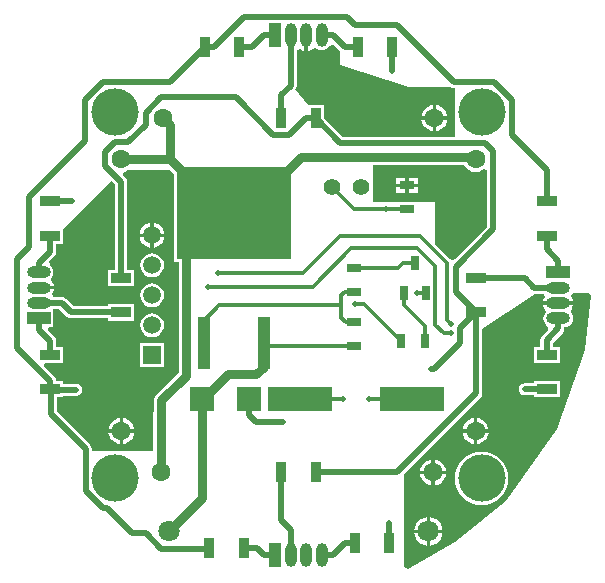
<source format=gtl>
G04*
G04 #@! TF.GenerationSoftware,Altium Limited,Altium Designer,20.0.2 (26)*
G04*
G04 Layer_Physical_Order=1*
G04 Layer_Color=255*
%FSLAX44Y44*%
%MOMM*%
G71*
G01*
G75*
%ADD14R,2.0000X2.0000*%
%ADD15R,1.2700X0.7000*%
%ADD16R,1.1000X4.4500*%
%ADD17R,9.6500X7.8000*%
%ADD18R,0.7000X1.2700*%
%ADD19R,5.5000X2.0000*%
%ADD20R,0.6500X1.2000*%
%ADD21R,1.7000X0.9000*%
%ADD22R,0.9000X1.7000*%
%ADD42C,0.8000*%
%ADD43C,0.3000*%
%ADD44C,0.5000*%
%ADD45C,1.0000*%
%ADD46R,1.5000X1.5000*%
%ADD47C,1.5000*%
%ADD48C,1.4000*%
%ADD49C,1.6000*%
%ADD50O,1.0000X2.0000*%
%ADD51R,1.0000X2.0000*%
%ADD52O,2.0000X1.0000*%
%ADD53R,2.0000X1.0000*%
%ADD54C,1.8000*%
%ADD55C,4.0000*%
%ADD56C,0.5000*%
G36*
X8000Y207128D02*
X8588Y207206D01*
X10534Y208012D01*
X11222Y208540D01*
X14151Y209651D01*
X15718Y208449D01*
X17542Y207693D01*
X19500Y207435D01*
X21458Y207693D01*
X23282Y208449D01*
X24849Y209651D01*
X26051Y211218D01*
X26133Y211415D01*
X29579Y212212D01*
X35000Y206790D01*
Y195000D01*
X93482Y176000D01*
X129235D01*
X129549Y175790D01*
X131500Y175402D01*
X132455D01*
Y155643D01*
X132391Y155000D01*
X132455Y154357D01*
Y134098D01*
X37612D01*
X21500Y150210D01*
Y161000D01*
X8097D01*
X-2627Y174297D01*
X-1790Y175549D01*
X-1402Y177500D01*
Y207362D01*
X-1020Y207698D01*
X1505Y208643D01*
X1778Y208540D01*
X2465Y208012D01*
X4412Y207206D01*
X5000Y207128D01*
Y220000D01*
X8000D01*
Y207128D01*
D02*
G37*
G36*
X140828Y109705D02*
X142511Y107511D01*
X144705Y105828D01*
X147259Y104770D01*
X150000Y104409D01*
X152741Y104770D01*
X155295Y105828D01*
X156902Y107061D01*
X158936Y106442D01*
X159902Y105728D01*
Y58112D01*
X132164Y30374D01*
X130875Y30181D01*
X128158Y30610D01*
X116000Y42768D01*
X116000Y79000D01*
X100850D01*
Y79000D01*
X83150D01*
Y79000D01*
X80150Y79000D01*
X63000D01*
Y110444D01*
X140522D01*
X140828Y109705D01*
D02*
G37*
G36*
X-105750Y102478D02*
Y28000D01*
X-101556D01*
Y-65284D01*
X-120636Y-84364D01*
X-121678Y-85722D01*
X-122333Y-87303D01*
X-122556Y-89000D01*
Y-98329D01*
X-123000Y-98660D01*
X-123000Y-132000D01*
X-174902Y-132000D01*
Y-130000D01*
X-175290Y-128049D01*
X-176395Y-126395D01*
X-204402Y-98388D01*
Y-86500D01*
X-199000D01*
Y-85098D01*
X-188000D01*
X-186049Y-84710D01*
X-184395Y-83605D01*
X-183290Y-81951D01*
X-182902Y-80000D01*
X-183290Y-78049D01*
X-184395Y-76395D01*
X-186049Y-75290D01*
X-188000Y-74902D01*
X-199000D01*
Y-72500D01*
X-205002D01*
X-205290Y-71049D01*
X-206395Y-69395D01*
X-215519Y-60272D01*
X-214371Y-57500D01*
X-199000D01*
Y-43500D01*
X-204902D01*
Y-39000D01*
X-205290Y-37049D01*
X-206395Y-35395D01*
X-212019Y-29772D01*
X-210871Y-27000D01*
X-207500D01*
Y-12000D01*
X-204667Y-11598D01*
X-202612D01*
X-196105Y-18105D01*
X-194451Y-19210D01*
X-192500Y-19598D01*
X-161000D01*
Y-21500D01*
X-139000D01*
Y-7500D01*
X-161000D01*
Y-9402D01*
X-190388D01*
X-196895Y-2895D01*
X-198549Y-1790D01*
X-200500Y-1402D01*
X-207362D01*
X-207698Y-1020D01*
X-208643Y1505D01*
X-208540Y1778D01*
X-208012Y2465D01*
X-207206Y4412D01*
X-207128Y5000D01*
X-220000D01*
Y8000D01*
X-207128D01*
X-207206Y8588D01*
X-208012Y10534D01*
X-208540Y11222D01*
X-209651Y14151D01*
X-208449Y15718D01*
X-207693Y17542D01*
X-207435Y19500D01*
X-207693Y21458D01*
X-208449Y23282D01*
X-209651Y24849D01*
X-210244Y25304D01*
X-210943Y28847D01*
X-206395Y33395D01*
X-205290Y35049D01*
X-204902Y37000D01*
Y43500D01*
X-199000D01*
Y56000D01*
X-158151Y96849D01*
X-155098Y93797D01*
Y21500D01*
X-161000D01*
Y7500D01*
X-139000D01*
Y21500D01*
X-144902D01*
Y95908D01*
X-145290Y97859D01*
X-146395Y99513D01*
X-148468Y101585D01*
X-147392Y104753D01*
X-147259Y104770D01*
X-144705Y105828D01*
X-144481Y106000D01*
X-109272D01*
X-105750Y102478D01*
D02*
G37*
G36*
X247768Y-228D02*
X243000Y-46000D01*
X219000Y-113000D01*
X175403Y-174478D01*
X132207Y-209035D01*
X92340Y-231851D01*
X89745Y-230346D01*
Y-151255D01*
X155035Y-85965D01*
Y-83317D01*
X155098Y-83000D01*
Y-28950D01*
X200582Y1402D01*
X207362D01*
X207698Y1020D01*
X208643Y-1505D01*
X208540Y-1778D01*
X208012Y-2465D01*
X207206Y-4412D01*
X207128Y-5000D01*
X232871D01*
X232794Y-4412D01*
X231988Y-2465D01*
X231460Y-1778D01*
X231011Y-594D01*
X232513Y2000D01*
X245760D01*
X247768Y-228D01*
D02*
G37*
%LPC*%
G36*
X116500Y160897D02*
Y151500D01*
X125897D01*
X125717Y152872D01*
X124608Y155548D01*
X122845Y157845D01*
X120548Y159608D01*
X117872Y160717D01*
X116500Y160897D01*
D02*
G37*
G36*
X113500D02*
X112128Y160717D01*
X109452Y159608D01*
X107155Y157845D01*
X105392Y155548D01*
X104283Y152872D01*
X104103Y151500D01*
X113500D01*
Y160897D01*
D02*
G37*
G36*
X125897Y148500D02*
X116500D01*
Y139103D01*
X117872Y139283D01*
X120548Y140392D01*
X122845Y142155D01*
X124608Y144452D01*
X125717Y147128D01*
X125897Y148500D01*
D02*
G37*
G36*
X113500D02*
X104103D01*
X104283Y147128D01*
X105392Y144452D01*
X107155Y142155D01*
X109452Y140392D01*
X112128Y139283D01*
X113500Y139103D01*
Y148500D01*
D02*
G37*
G36*
X101350Y99500D02*
X93500D01*
Y94500D01*
X101350D01*
Y99500D01*
D02*
G37*
G36*
X90500D02*
X82650D01*
Y94500D01*
X90500D01*
Y99500D01*
D02*
G37*
G36*
X101350Y91500D02*
X93500D01*
Y86500D01*
X101350D01*
Y91500D01*
D02*
G37*
G36*
X90500D02*
X82650D01*
Y86500D01*
X90500D01*
Y91500D01*
D02*
G37*
G36*
X-122500Y61193D02*
Y52300D01*
X-113607D01*
X-113770Y53541D01*
X-114828Y56095D01*
X-116511Y58289D01*
X-118705Y59972D01*
X-121259Y61030D01*
X-122500Y61193D01*
D02*
G37*
G36*
X-125500Y61193D02*
X-126741Y61030D01*
X-129295Y59972D01*
X-131489Y58289D01*
X-133172Y56095D01*
X-134230Y53541D01*
X-134393Y52300D01*
X-125500D01*
Y61193D01*
D02*
G37*
G36*
X-113607Y49300D02*
X-122500D01*
Y40407D01*
X-121259Y40570D01*
X-118705Y41628D01*
X-116511Y43311D01*
X-114828Y45505D01*
X-113770Y48059D01*
X-113607Y49300D01*
D02*
G37*
G36*
X-125500D02*
X-134393D01*
X-134230Y48059D01*
X-133172Y45505D01*
X-131489Y43311D01*
X-129295Y41628D01*
X-126741Y40570D01*
X-125500Y40407D01*
Y49300D01*
D02*
G37*
G36*
X-124000Y35486D02*
X-126610Y35143D01*
X-129043Y34135D01*
X-131132Y32532D01*
X-132735Y30443D01*
X-133743Y28010D01*
X-134086Y25400D01*
X-133743Y22789D01*
X-132735Y20357D01*
X-131132Y18268D01*
X-129043Y16665D01*
X-126610Y15657D01*
X-124000Y15314D01*
X-121390Y15657D01*
X-118957Y16665D01*
X-116868Y18268D01*
X-115265Y20357D01*
X-114257Y22789D01*
X-113914Y25400D01*
X-114257Y28010D01*
X-115265Y30443D01*
X-116868Y32532D01*
X-118957Y34135D01*
X-121390Y35143D01*
X-124000Y35486D01*
D02*
G37*
G36*
Y10086D02*
X-126610Y9743D01*
X-129043Y8735D01*
X-131132Y7132D01*
X-132735Y5043D01*
X-133743Y2610D01*
X-134086Y0D01*
X-133743Y-2610D01*
X-132735Y-5043D01*
X-131132Y-7132D01*
X-129043Y-8735D01*
X-126610Y-9743D01*
X-124000Y-10086D01*
X-121390Y-9743D01*
X-118957Y-8735D01*
X-116868Y-7132D01*
X-115265Y-5043D01*
X-114257Y-2610D01*
X-113914Y0D01*
X-114257Y2610D01*
X-115265Y5043D01*
X-116868Y7132D01*
X-118957Y8735D01*
X-121390Y9743D01*
X-124000Y10086D01*
D02*
G37*
G36*
Y-15314D02*
X-126610Y-15657D01*
X-129043Y-16665D01*
X-131132Y-18268D01*
X-132735Y-20357D01*
X-133743Y-22789D01*
X-134086Y-25400D01*
X-133743Y-28010D01*
X-132735Y-30443D01*
X-131132Y-32532D01*
X-129043Y-34135D01*
X-126610Y-35143D01*
X-124000Y-35486D01*
X-121390Y-35143D01*
X-118957Y-34135D01*
X-116868Y-32532D01*
X-115265Y-30443D01*
X-114257Y-28010D01*
X-113914Y-25400D01*
X-114257Y-22789D01*
X-115265Y-20357D01*
X-116868Y-18268D01*
X-118957Y-16665D01*
X-121390Y-15657D01*
X-124000Y-15314D01*
D02*
G37*
G36*
X-114000Y-40800D02*
X-134000D01*
Y-60800D01*
X-114000D01*
Y-40800D01*
D02*
G37*
G36*
X-148500Y-104103D02*
Y-113500D01*
X-139103D01*
X-139283Y-112128D01*
X-140392Y-109453D01*
X-142155Y-107155D01*
X-144453Y-105392D01*
X-147128Y-104283D01*
X-148500Y-104103D01*
D02*
G37*
G36*
X-151500D02*
X-152872Y-104283D01*
X-155547Y-105392D01*
X-157845Y-107155D01*
X-159608Y-109453D01*
X-160717Y-112128D01*
X-160897Y-113500D01*
X-151500D01*
Y-104103D01*
D02*
G37*
G36*
X-139103Y-116500D02*
X-148500D01*
Y-125897D01*
X-147128Y-125717D01*
X-144453Y-124608D01*
X-142155Y-122845D01*
X-140392Y-120547D01*
X-139283Y-117872D01*
X-139103Y-116500D01*
D02*
G37*
G36*
X-151500D02*
X-160897D01*
X-160717Y-117872D01*
X-159608Y-120547D01*
X-157845Y-122845D01*
X-155547Y-124608D01*
X-152872Y-125717D01*
X-151500Y-125897D01*
Y-116500D01*
D02*
G37*
G36*
X232871Y-8000D02*
X207128D01*
X207206Y-8588D01*
X208012Y-10534D01*
X208540Y-11222D01*
X209651Y-14151D01*
X208449Y-15718D01*
X207693Y-17542D01*
X207435Y-19500D01*
X207693Y-21458D01*
X208449Y-23282D01*
X209651Y-24849D01*
X210810Y-25738D01*
X211270Y-26950D01*
X211412Y-29379D01*
X206395Y-34395D01*
X205290Y-36049D01*
X204902Y-38000D01*
Y-43500D01*
X199000D01*
Y-57500D01*
X221000D01*
Y-43500D01*
X215098D01*
Y-40112D01*
X223605Y-31605D01*
X224710Y-29951D01*
X225098Y-28000D01*
Y-27052D01*
X226958Y-26807D01*
X228782Y-26051D01*
X230349Y-24849D01*
X231551Y-23282D01*
X232307Y-21458D01*
X232565Y-19500D01*
X232307Y-17542D01*
X231551Y-15718D01*
X230349Y-14151D01*
X231460Y-11222D01*
X231988Y-10534D01*
X232794Y-8588D01*
X232871Y-8000D01*
D02*
G37*
G36*
X221000Y-72500D02*
X199000D01*
Y-74402D01*
X191500D01*
X189549Y-74790D01*
X187895Y-75895D01*
X186790Y-77549D01*
X186402Y-79500D01*
X186790Y-81451D01*
X187895Y-83105D01*
X189549Y-84210D01*
X191500Y-84598D01*
X199000D01*
Y-86500D01*
X221000D01*
Y-72500D01*
D02*
G37*
G36*
X151500Y-104103D02*
Y-113500D01*
X160897D01*
X160717Y-112128D01*
X159608Y-109453D01*
X157845Y-107155D01*
X155547Y-105392D01*
X152872Y-104283D01*
X151500Y-104103D01*
D02*
G37*
G36*
X148500D02*
X147128Y-104283D01*
X144453Y-105392D01*
X142155Y-107155D01*
X140392Y-109453D01*
X139283Y-112128D01*
X139103Y-113500D01*
X148500D01*
Y-104103D01*
D02*
G37*
G36*
X160897Y-116500D02*
X151500D01*
Y-125897D01*
X152872Y-125717D01*
X155547Y-124608D01*
X157845Y-122845D01*
X159608Y-120547D01*
X160717Y-117872D01*
X160897Y-116500D01*
D02*
G37*
G36*
X148500D02*
X139103D01*
X139283Y-117872D01*
X140392Y-120547D01*
X142155Y-122845D01*
X144453Y-124608D01*
X147128Y-125717D01*
X148500Y-125897D01*
Y-116500D01*
D02*
G37*
G36*
X115500Y-139103D02*
Y-148500D01*
X124897D01*
X124717Y-147128D01*
X123608Y-144452D01*
X121845Y-142155D01*
X119547Y-140392D01*
X116872Y-139283D01*
X115500Y-139103D01*
D02*
G37*
G36*
X112500D02*
X111128Y-139283D01*
X108453Y-140392D01*
X106155Y-142155D01*
X104391Y-144452D01*
X103283Y-147128D01*
X103103Y-148500D01*
X112500D01*
Y-139103D01*
D02*
G37*
G36*
Y-151500D02*
X103103D01*
X103283Y-152872D01*
X104391Y-155548D01*
X106155Y-157845D01*
X108453Y-159608D01*
X111128Y-160717D01*
X112500Y-160897D01*
Y-151500D01*
D02*
G37*
G36*
X124897D02*
X115500D01*
Y-160897D01*
X116872Y-160717D01*
X119547Y-159608D01*
X121845Y-157845D01*
X123608Y-155548D01*
X124717Y-152872D01*
X124897Y-151500D01*
D02*
G37*
G36*
X155000Y-132391D02*
X150589Y-132826D01*
X146348Y-134112D01*
X142439Y-136201D01*
X139013Y-139013D01*
X136201Y-142439D01*
X134112Y-146348D01*
X132826Y-150589D01*
X132391Y-155000D01*
X132826Y-159411D01*
X134112Y-163652D01*
X136201Y-167561D01*
X139013Y-170987D01*
X142439Y-173799D01*
X146348Y-175888D01*
X150589Y-177174D01*
X155000Y-177609D01*
X159411Y-177174D01*
X163652Y-175888D01*
X167561Y-173799D01*
X170987Y-170987D01*
X173799Y-167561D01*
X175888Y-163652D01*
X177174Y-159411D01*
X177609Y-155000D01*
X177174Y-150589D01*
X175888Y-146348D01*
X173799Y-142439D01*
X170987Y-139013D01*
X167561Y-136201D01*
X163652Y-134112D01*
X159411Y-132826D01*
X155000Y-132391D01*
D02*
G37*
G36*
X111500Y-188094D02*
Y-198500D01*
X121906D01*
X121691Y-196867D01*
X120482Y-193948D01*
X118559Y-191441D01*
X116052Y-189518D01*
X113133Y-188309D01*
X111500Y-188094D01*
D02*
G37*
G36*
X108500D02*
X106867Y-188309D01*
X103948Y-189518D01*
X101441Y-191441D01*
X99518Y-193948D01*
X98309Y-196867D01*
X98094Y-198500D01*
X108500D01*
Y-188094D01*
D02*
G37*
G36*
X121906Y-201500D02*
X111500D01*
Y-211906D01*
X113133Y-211691D01*
X116052Y-210482D01*
X118559Y-208559D01*
X120482Y-206052D01*
X121691Y-203133D01*
X121906Y-201500D01*
D02*
G37*
G36*
X108500D02*
X98094D01*
X98309Y-203133D01*
X99518Y-206052D01*
X101441Y-208559D01*
X103948Y-210482D01*
X106867Y-211691D01*
X108500Y-211906D01*
Y-201500D01*
D02*
G37*
%LPD*%
D14*
X-82000Y-88000D02*
D03*
X-42000D02*
D03*
D15*
X92000Y73000D02*
D03*
Y93000D02*
D03*
X47000Y3000D02*
D03*
Y23000D02*
D03*
Y-43000D02*
D03*
Y-23000D02*
D03*
D16*
X-80400Y-40000D02*
D03*
X-29600D02*
D03*
D17*
X-55000Y69500D02*
D03*
D18*
X107000Y-39000D02*
D03*
X87000D02*
D03*
D19*
X96500Y-88000D02*
D03*
X1500D02*
D03*
D20*
X98500Y27000D02*
D03*
X108000Y2000D02*
D03*
X89000D02*
D03*
D21*
X-150000Y14500D02*
D03*
Y-14500D02*
D03*
X-210000Y50500D02*
D03*
Y79500D02*
D03*
Y-79500D02*
D03*
Y-50500D02*
D03*
X150000Y-14500D02*
D03*
Y14500D02*
D03*
X210000Y-50500D02*
D03*
Y-79500D02*
D03*
Y79500D02*
D03*
Y50500D02*
D03*
D22*
X-14500Y150000D02*
D03*
X14500D02*
D03*
X79500Y210000D02*
D03*
X50500D02*
D03*
X-50500D02*
D03*
X-79500D02*
D03*
X-14500Y-150000D02*
D03*
X14500D02*
D03*
X76500Y-210000D02*
D03*
X47500D02*
D03*
X-46500Y-214000D02*
D03*
X-75500D02*
D03*
D42*
X-81750Y-89000D02*
X-59750Y-67000D01*
X-36000D01*
X-29600Y-60600D01*
X-150000Y115000D02*
X-109000D01*
X-115000Y150000D02*
X-109000Y144000D01*
Y115000D02*
Y144000D01*
X2000Y117000D02*
X148000D01*
X-45500Y69500D02*
X2000Y117000D01*
X-29600Y-60600D02*
Y-40000D01*
X-110000Y-200000D02*
X-81750Y-171750D01*
Y-89000D01*
X-116000Y-150000D02*
Y-89000D01*
X-95000Y-68000D01*
Y37000D01*
X-109000Y115000D02*
X-63500Y69500D01*
D43*
X100250Y2000D02*
X108000D01*
X47500Y-7500D02*
X55500D01*
X35000Y50000D02*
X103000D01*
X4000Y19000D02*
X35000Y50000D01*
X-68000Y19000D02*
X4000D01*
X103000Y50000D02*
X126000Y27000D01*
X12000Y7000D02*
X44750Y39750D01*
X-77000Y7000D02*
X12000D01*
X126000Y-21000D02*
Y27000D01*
Y-21000D02*
X129000Y-24000D01*
X123000Y-32000D02*
X129000D01*
X116000Y-25000D02*
X123000Y-32000D01*
X116000Y-25000D02*
Y24407D01*
X100657Y39750D02*
X116000Y24407D01*
X44750Y39750D02*
X100657D01*
X47000Y73000D02*
X74000D01*
X28000Y92000D02*
X47000Y73000D01*
X107000Y-39000D02*
Y-26000D01*
X89000Y-8000D02*
X107000Y-26000D01*
X89000Y-8000D02*
Y2000D01*
X88500Y27000D02*
X98500D01*
X84500Y23000D02*
X88500Y27000D01*
X47000Y23000D02*
X84500D01*
X74000Y73000D02*
X92000D01*
X92314Y72686D01*
X36000Y-8000D02*
Y0D01*
Y-19000D02*
Y-8000D01*
X-80400Y-40000D02*
Y-21400D01*
X-67000Y-8000D02*
X36000D01*
X-80400Y-21400D02*
X-67000Y-8000D01*
X39000Y3000D02*
X47000D01*
X36000Y0D02*
X39000Y3000D01*
X55500Y-7500D02*
X87000Y-39000D01*
X-29600Y-40000D02*
X-26600Y-43000D01*
X47000D01*
X40000Y-23000D02*
X47000D01*
X36000Y-19000D02*
X40000Y-23000D01*
X1500Y-88000D02*
X38000D01*
X60000D02*
X96500D01*
D44*
X165000Y56000D02*
Y122000D01*
X133000Y24000D02*
X165000Y56000D01*
X133000Y2500D02*
Y24000D01*
X92000Y93000D02*
X92000Y93000D01*
X-180000Y-165355D02*
Y-130000D01*
X-209500Y-100500D02*
X-180000Y-130000D01*
X-209500Y-100500D02*
Y-80000D01*
X-162000Y-180000D02*
X-140994Y-201006D01*
X-165355Y-180000D02*
X-162000D01*
X-180000Y-165355D02*
X-165355Y-180000D01*
X-140994Y-201006D02*
X-129500D01*
X-36000Y-107000D02*
X-13000D01*
X115000Y-62000D02*
X136500Y-40500D01*
X112000Y-62000D02*
X115000D01*
X136500Y-40500D02*
Y-28000D01*
X150000Y-83000D02*
Y-14500D01*
X83000Y-150000D02*
X150000Y-83000D01*
X14500Y-150000D02*
X83000D01*
X136500Y-28000D02*
X150000Y-14500D01*
X-210000Y-79500D02*
X-209500Y-80000D01*
X-188000D01*
X79000Y190000D02*
Y209500D01*
X79500Y210000D01*
X191500Y-79500D02*
X210000D01*
X76500Y-210000D02*
Y-192500D01*
X-210000Y79500D02*
X-191500D01*
X210000D02*
Y106000D01*
X180500Y135500D02*
X210000Y106000D01*
X180500Y135500D02*
Y165562D01*
X165562Y180500D02*
X180500Y165562D01*
X131500Y180500D02*
X165562D01*
X83000Y229000D02*
X131500Y180500D01*
X48000Y229000D02*
X83000D01*
X41500Y235500D02*
X48000Y229000D01*
X-45778Y235500D02*
X41500D01*
X-71278Y210000D02*
X-45778Y235500D01*
X-79500Y210000D02*
X-71278D01*
X-228000Y83000D02*
X-180500Y130500D01*
X-238000Y31000D02*
X-228000Y41000D01*
X-238000Y-45000D02*
Y31000D01*
Y-45000D02*
X-210000Y-73000D01*
Y-79500D02*
Y-73000D01*
X-228000Y41000D02*
Y83000D01*
X-192500Y-14500D02*
X-150000D01*
X-200500Y-6500D02*
X-192500Y-14500D01*
X-210000Y37000D02*
Y50500D01*
X-220000Y27000D02*
X-210000Y37000D01*
X-180500Y130500D02*
Y165562D01*
X-165562Y180500D01*
X-109000D01*
X-79500Y210000D01*
X-129500Y154592D02*
X-116092Y168000D01*
X-129500Y144438D02*
Y154592D01*
X-144438Y129500D02*
X-129500Y144438D01*
X-155500Y129500D02*
X-144438D01*
X-163500Y121500D02*
X-155500Y129500D01*
X-116006Y-214500D02*
X-76000D01*
X-129500Y-201006D02*
X-116006Y-214500D01*
X-76000D02*
X-75500Y-214000D01*
X6278Y150000D02*
X14500D01*
X-7722Y136000D02*
X6278Y150000D01*
X-21278Y136000D02*
X-7722D01*
X-53278Y168000D02*
X-21278Y136000D01*
X-116092Y168000D02*
X-53278D01*
X-163500Y109408D02*
Y121500D01*
Y109408D02*
X-150000Y95908D01*
Y14500D02*
Y95908D01*
X133000Y2500D02*
X150000Y-14500D01*
X158000Y129000D02*
X165000Y122000D01*
X35500Y129000D02*
X158000D01*
X14500Y150000D02*
X35500Y129000D01*
X-46500Y-214000D02*
X-35000D01*
X-29000Y-220000D01*
X-19500D01*
X19500D02*
X29000D01*
X39000Y-210000D01*
X47500D01*
X-14500Y-190500D02*
Y-150000D01*
Y-190500D02*
X-6500Y-198500D01*
Y-220000D02*
Y-198500D01*
X39000Y210000D02*
X50500D01*
X29000Y220000D02*
X39000Y210000D01*
X19500Y220000D02*
X29000D01*
X-29000D02*
X-19500D01*
X-39000Y210000D02*
X-29000Y220000D01*
X-50500Y210000D02*
X-39000D01*
X-6500Y177500D02*
Y220000D01*
X-14500Y169500D02*
X-6500Y177500D01*
X-14500Y150000D02*
Y169500D01*
X-220000Y-29000D02*
Y-19500D01*
Y-29000D02*
X-210000Y-39000D01*
Y-50500D02*
Y-39000D01*
X-220000Y19500D02*
Y27000D01*
Y-6500D02*
X-200500D01*
X199500Y6500D02*
X220000D01*
X191500Y14500D02*
X199500Y6500D01*
X150000Y14500D02*
X191500D01*
X210000Y-50500D02*
Y-38000D01*
X220000Y-28000D01*
Y-19500D01*
X210000Y39000D02*
Y50500D01*
Y39000D02*
X220000Y29000D01*
Y19500D02*
Y29000D01*
X-42000Y-101000D02*
X-36000Y-107000D01*
X-42000Y-101000D02*
Y-89000D01*
D45*
X-95000Y37000D02*
X-62500Y69500D01*
X-55000D02*
X-45500D01*
X-62500D02*
X-55000D01*
X-63500D02*
X-62500D01*
X148000Y117000D02*
X150000Y115000D01*
D46*
X-124000Y-50800D02*
D03*
D47*
Y-25400D02*
D03*
Y0D02*
D03*
Y25400D02*
D03*
Y50800D02*
D03*
D48*
X28000Y92000D02*
D03*
X53000D02*
D03*
D49*
X-150000Y-115000D02*
D03*
Y115000D02*
D03*
X-116000Y-150000D02*
D03*
X114000D02*
D03*
X150000Y-115000D02*
D03*
Y115000D02*
D03*
X-115000Y150000D02*
D03*
X115000D02*
D03*
D50*
X19500Y-220000D02*
D03*
X6500D02*
D03*
X-6500D02*
D03*
X19500Y220000D02*
D03*
X6500D02*
D03*
X-6500D02*
D03*
D51*
X-19500Y-220000D02*
D03*
Y220000D02*
D03*
D52*
X220000Y-19500D02*
D03*
Y-6500D02*
D03*
Y6500D02*
D03*
X-220000Y19500D02*
D03*
Y6500D02*
D03*
Y-6500D02*
D03*
D53*
X220000Y19500D02*
D03*
X-220000Y-19500D02*
D03*
D54*
X-110000Y-200000D02*
D03*
X110000D02*
D03*
D55*
X155000Y-155000D02*
D03*
X-155000D02*
D03*
Y155000D02*
D03*
X155000D02*
D03*
D56*
X100250Y2000D02*
D03*
X125250Y38750D02*
D03*
X47500Y-7500D02*
D03*
X-68000Y19000D02*
D03*
X-77000Y7000D02*
D03*
X63000Y138000D02*
D03*
X77000D02*
D03*
X91000Y104000D02*
D03*
X84000D02*
D03*
X70000D02*
D03*
X77000D02*
D03*
X70000Y84000D02*
D03*
X56000Y138000D02*
D03*
X70000D02*
D03*
X-108700Y-59000D02*
D03*
X74000Y73000D02*
D03*
X-13000Y-107000D02*
D03*
X112000Y-62000D02*
D03*
X129000Y-24000D02*
D03*
Y-32000D02*
D03*
X-188000Y-80000D02*
D03*
X79000Y190000D02*
D03*
X191500Y-79500D02*
D03*
X76500Y-192500D02*
D03*
X-191500Y79500D02*
D03*
X38000Y-88000D02*
D03*
X60000D02*
D03*
M02*

</source>
